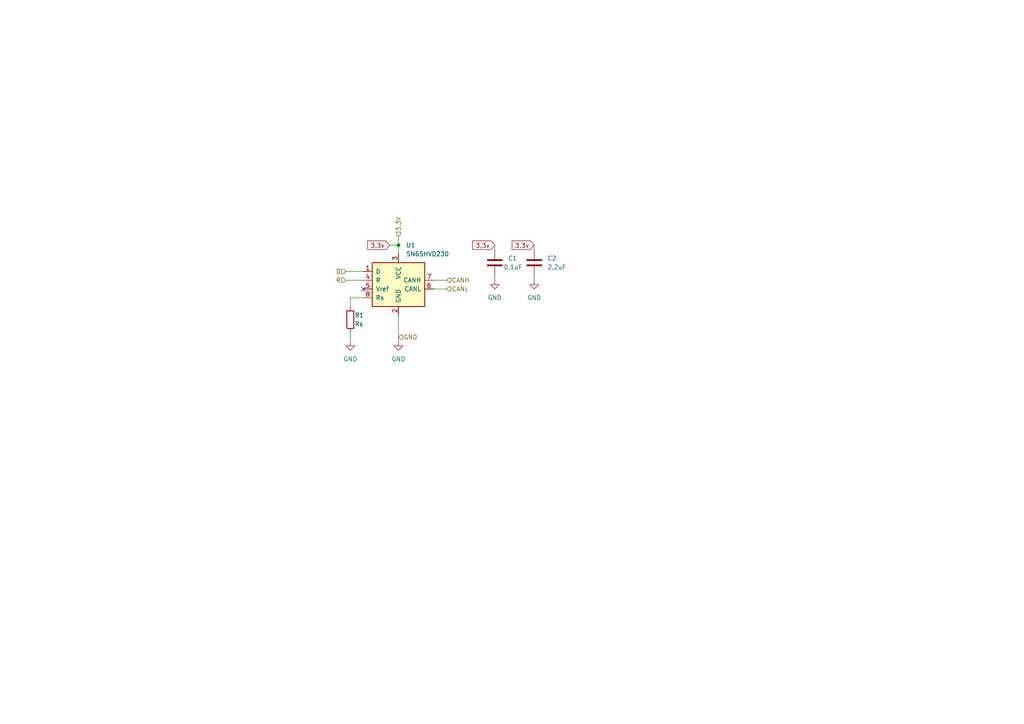
<source format=kicad_sch>
(kicad_sch (version 20230121) (generator eeschema)

  (uuid 593bfb7c-eefa-4e91-8c43-9006a48bb254)

  (paper "A4")

  (lib_symbols
    (symbol "Device:C" (pin_numbers hide) (pin_names (offset 0.254)) (in_bom yes) (on_board yes)
      (property "Reference" "C" (at 0.635 2.54 0)
        (effects (font (size 1.27 1.27)) (justify left))
      )
      (property "Value" "C" (at 0.635 -2.54 0)
        (effects (font (size 1.27 1.27)) (justify left))
      )
      (property "Footprint" "" (at 0.9652 -3.81 0)
        (effects (font (size 1.27 1.27)) hide)
      )
      (property "Datasheet" "~" (at 0 0 0)
        (effects (font (size 1.27 1.27)) hide)
      )
      (property "ki_keywords" "cap capacitor" (at 0 0 0)
        (effects (font (size 1.27 1.27)) hide)
      )
      (property "ki_description" "Unpolarized capacitor" (at 0 0 0)
        (effects (font (size 1.27 1.27)) hide)
      )
      (property "ki_fp_filters" "C_*" (at 0 0 0)
        (effects (font (size 1.27 1.27)) hide)
      )
      (symbol "C_0_1"
        (polyline
          (pts
            (xy -2.032 -0.762)
            (xy 2.032 -0.762)
          )
          (stroke (width 0.508) (type default))
          (fill (type none))
        )
        (polyline
          (pts
            (xy -2.032 0.762)
            (xy 2.032 0.762)
          )
          (stroke (width 0.508) (type default))
          (fill (type none))
        )
      )
      (symbol "C_1_1"
        (pin passive line (at 0 3.81 270) (length 2.794)
          (name "~" (effects (font (size 1.27 1.27))))
          (number "1" (effects (font (size 1.27 1.27))))
        )
        (pin passive line (at 0 -3.81 90) (length 2.794)
          (name "~" (effects (font (size 1.27 1.27))))
          (number "2" (effects (font (size 1.27 1.27))))
        )
      )
    )
    (symbol "Device:R" (pin_numbers hide) (pin_names (offset 0)) (in_bom yes) (on_board yes)
      (property "Reference" "R" (at 2.032 0 90)
        (effects (font (size 1.27 1.27)))
      )
      (property "Value" "R" (at 0 0 90)
        (effects (font (size 1.27 1.27)))
      )
      (property "Footprint" "" (at -1.778 0 90)
        (effects (font (size 1.27 1.27)) hide)
      )
      (property "Datasheet" "~" (at 0 0 0)
        (effects (font (size 1.27 1.27)) hide)
      )
      (property "ki_keywords" "R res resistor" (at 0 0 0)
        (effects (font (size 1.27 1.27)) hide)
      )
      (property "ki_description" "Resistor" (at 0 0 0)
        (effects (font (size 1.27 1.27)) hide)
      )
      (property "ki_fp_filters" "R_*" (at 0 0 0)
        (effects (font (size 1.27 1.27)) hide)
      )
      (symbol "R_0_1"
        (rectangle (start -1.016 -2.54) (end 1.016 2.54)
          (stroke (width 0.254) (type default))
          (fill (type none))
        )
      )
      (symbol "R_1_1"
        (pin passive line (at 0 3.81 270) (length 1.27)
          (name "~" (effects (font (size 1.27 1.27))))
          (number "1" (effects (font (size 1.27 1.27))))
        )
        (pin passive line (at 0 -3.81 90) (length 1.27)
          (name "~" (effects (font (size 1.27 1.27))))
          (number "2" (effects (font (size 1.27 1.27))))
        )
      )
    )
    (symbol "Interface_CAN_LIN:SN65HVD230" (pin_names (offset 1.016)) (in_bom yes) (on_board yes)
      (property "Reference" "U" (at -2.54 10.16 0)
        (effects (font (size 1.27 1.27)) (justify right))
      )
      (property "Value" "SN65HVD230" (at -2.54 7.62 0)
        (effects (font (size 1.27 1.27)) (justify right))
      )
      (property "Footprint" "Package_SO:SOIC-8_3.9x4.9mm_P1.27mm" (at 0 -12.7 0)
        (effects (font (size 1.27 1.27)) hide)
      )
      (property "Datasheet" "http://www.ti.com/lit/ds/symlink/sn65hvd230.pdf" (at -2.54 10.16 0)
        (effects (font (size 1.27 1.27)) hide)
      )
      (property "ki_keywords" "can transeiver ti low-power" (at 0 0 0)
        (effects (font (size 1.27 1.27)) hide)
      )
      (property "ki_description" "CAN Bus Transceivers, 3.3V, 1Mbps, Low-Power capabilities, SOIC-8" (at 0 0 0)
        (effects (font (size 1.27 1.27)) hide)
      )
      (property "ki_fp_filters" "SOIC*3.9x4.9mm*P1.27mm*" (at 0 0 0)
        (effects (font (size 1.27 1.27)) hide)
      )
      (symbol "SN65HVD230_0_1"
        (rectangle (start -7.62 5.08) (end 7.62 -7.62)
          (stroke (width 0.254) (type default))
          (fill (type background))
        )
      )
      (symbol "SN65HVD230_1_1"
        (pin input line (at -10.16 2.54 0) (length 2.54)
          (name "D" (effects (font (size 1.27 1.27))))
          (number "1" (effects (font (size 1.27 1.27))))
        )
        (pin power_in line (at 0 -10.16 90) (length 2.54)
          (name "GND" (effects (font (size 1.27 1.27))))
          (number "2" (effects (font (size 1.27 1.27))))
        )
        (pin power_in line (at 0 7.62 270) (length 2.54)
          (name "VCC" (effects (font (size 1.27 1.27))))
          (number "3" (effects (font (size 1.27 1.27))))
        )
        (pin output line (at -10.16 0 0) (length 2.54)
          (name "R" (effects (font (size 1.27 1.27))))
          (number "4" (effects (font (size 1.27 1.27))))
        )
        (pin output line (at -10.16 -2.54 0) (length 2.54)
          (name "Vref" (effects (font (size 1.27 1.27))))
          (number "5" (effects (font (size 1.27 1.27))))
        )
        (pin bidirectional line (at 10.16 -2.54 180) (length 2.54)
          (name "CANL" (effects (font (size 1.27 1.27))))
          (number "6" (effects (font (size 1.27 1.27))))
        )
        (pin bidirectional line (at 10.16 0 180) (length 2.54)
          (name "CANH" (effects (font (size 1.27 1.27))))
          (number "7" (effects (font (size 1.27 1.27))))
        )
        (pin input line (at -10.16 -5.08 0) (length 2.54)
          (name "Rs" (effects (font (size 1.27 1.27))))
          (number "8" (effects (font (size 1.27 1.27))))
        )
      )
    )
    (symbol "power:GND" (power) (pin_names (offset 0)) (in_bom yes) (on_board yes)
      (property "Reference" "#PWR" (at 0 -6.35 0)
        (effects (font (size 1.27 1.27)) hide)
      )
      (property "Value" "GND" (at 0 -3.81 0)
        (effects (font (size 1.27 1.27)))
      )
      (property "Footprint" "" (at 0 0 0)
        (effects (font (size 1.27 1.27)) hide)
      )
      (property "Datasheet" "" (at 0 0 0)
        (effects (font (size 1.27 1.27)) hide)
      )
      (property "ki_keywords" "global power" (at 0 0 0)
        (effects (font (size 1.27 1.27)) hide)
      )
      (property "ki_description" "Power symbol creates a global label with name \"GND\" , ground" (at 0 0 0)
        (effects (font (size 1.27 1.27)) hide)
      )
      (symbol "GND_0_1"
        (polyline
          (pts
            (xy 0 0)
            (xy 0 -1.27)
            (xy 1.27 -1.27)
            (xy 0 -2.54)
            (xy -1.27 -1.27)
            (xy 0 -1.27)
          )
          (stroke (width 0) (type default))
          (fill (type none))
        )
      )
      (symbol "GND_1_1"
        (pin power_in line (at 0 0 270) (length 0) hide
          (name "GND" (effects (font (size 1.27 1.27))))
          (number "1" (effects (font (size 1.27 1.27))))
        )
      )
    )
  )

  (junction (at 115.57 71.12) (diameter 0) (color 0 0 0 0)
    (uuid ba5e29e5-68f8-4837-a40f-fc868bee299e)
  )

  (no_connect (at 105.41 83.82) (uuid cf29ed4e-a8cb-42e3-ab1f-6d67045eaa59))

  (wire (pts (xy 115.57 71.12) (xy 115.57 73.66))
    (stroke (width 0) (type default))
    (uuid 05bfd6b0-8b38-4b4a-82fe-746a4aaff9e4)
  )
  (wire (pts (xy 115.57 68.58) (xy 115.57 71.12))
    (stroke (width 0) (type default))
    (uuid 0bc870b2-fa9d-4f6b-9f10-cd5e9b0064b2)
  )
  (wire (pts (xy 143.51 71.12) (xy 143.51 72.39))
    (stroke (width 0) (type default))
    (uuid 1496a764-ee6e-4521-ad93-bfed3d706aa5)
  )
  (wire (pts (xy 154.94 80.01) (xy 154.94 81.28))
    (stroke (width 0) (type default))
    (uuid 1dd3d1ff-da61-4fb0-963c-5fab8a047005)
  )
  (wire (pts (xy 143.51 80.01) (xy 143.51 81.28))
    (stroke (width 0) (type default))
    (uuid 3b7d9c6e-6e91-4ef3-9eeb-89765cfe7755)
  )
  (wire (pts (xy 100.33 81.28) (xy 105.41 81.28))
    (stroke (width 0) (type default))
    (uuid 470d28db-2021-4337-81ed-29e1aaaf73af)
  )
  (wire (pts (xy 101.6 96.52) (xy 101.6 99.06))
    (stroke (width 0) (type default))
    (uuid 666997a6-d764-4457-bfe3-a8c1417c80ed)
  )
  (wire (pts (xy 154.94 71.12) (xy 154.94 72.39))
    (stroke (width 0) (type default))
    (uuid 775d2c53-5d24-446c-a513-bbadfa649347)
  )
  (wire (pts (xy 100.33 78.74) (xy 105.41 78.74))
    (stroke (width 0) (type default))
    (uuid 7be059de-f79c-4c4e-8199-9ab6ae0b0f56)
  )
  (wire (pts (xy 125.73 83.82) (xy 129.54 83.82))
    (stroke (width 0) (type default))
    (uuid a1933553-5154-426b-b8bd-432778b36d2a)
  )
  (wire (pts (xy 115.57 99.06) (xy 115.57 91.44))
    (stroke (width 0) (type default))
    (uuid d5abdf9e-26d1-4c56-b587-43215b5bbe86)
  )
  (wire (pts (xy 101.6 86.36) (xy 101.6 88.9))
    (stroke (width 0) (type default))
    (uuid d9514756-68e0-4533-9ebb-177ac84357d8)
  )
  (wire (pts (xy 125.73 81.28) (xy 129.54 81.28))
    (stroke (width 0) (type default))
    (uuid df566fe3-3c36-4dbc-88a6-6dad4713b7a8)
  )
  (wire (pts (xy 105.41 86.36) (xy 101.6 86.36))
    (stroke (width 0) (type default))
    (uuid e698e353-07ad-4f85-b316-af5109fafad6)
  )
  (wire (pts (xy 113.03 71.12) (xy 115.57 71.12))
    (stroke (width 0) (type default))
    (uuid f490d976-c3e1-44e2-b9b3-ecaa38190fcc)
  )

  (global_label "3,3v" (shape input) (at 154.94 71.12 180) (fields_autoplaced)
    (effects (font (size 1.27 1.27)) (justify right))
    (uuid 00d77b87-c7ff-41a2-b453-8671338e6242)
    (property "Intersheetrefs" "${INTERSHEET_REFS}" (at 147.9634 71.12 0)
      (effects (font (size 1.27 1.27)) (justify right) hide)
    )
  )
  (global_label "3,3v" (shape input) (at 113.03 71.12 180) (fields_autoplaced)
    (effects (font (size 1.27 1.27)) (justify right))
    (uuid 25d59242-2c17-47c9-bc45-7c6430b1add5)
    (property "Intersheetrefs" "${INTERSHEET_REFS}" (at 106.0534 71.12 0)
      (effects (font (size 1.27 1.27)) (justify right) hide)
    )
  )
  (global_label "3,3v" (shape input) (at 143.51 71.12 180) (fields_autoplaced)
    (effects (font (size 1.27 1.27)) (justify right))
    (uuid 79b60bcb-4a24-4be3-9424-1bd51bd32c6d)
    (property "Intersheetrefs" "${INTERSHEET_REFS}" (at 136.5334 71.12 0)
      (effects (font (size 1.27 1.27)) (justify right) hide)
    )
  )

  (hierarchical_label "3,3V" (shape input) (at 115.57 68.58 90) (fields_autoplaced)
    (effects (font (size 1.27 1.27)) (justify left))
    (uuid 13ff77e6-5978-4d6d-bb9f-93fb0c80689b)
  )
  (hierarchical_label "GND" (shape input) (at 115.57 97.79 0) (fields_autoplaced)
    (effects (font (size 1.27 1.27)) (justify left))
    (uuid 19c95446-4043-4d7b-ace9-72696d2974b0)
  )
  (hierarchical_label "R" (shape input) (at 100.33 81.28 180) (fields_autoplaced)
    (effects (font (size 1.27 1.27)) (justify right))
    (uuid 706f0e4d-6dbe-48d7-a548-5b4db786185e)
  )
  (hierarchical_label "CANL" (shape input) (at 129.54 83.82 0) (fields_autoplaced)
    (effects (font (size 1.27 1.27)) (justify left))
    (uuid 77074c52-e9f8-42af-92bd-a48f051f8d94)
  )
  (hierarchical_label "CANH" (shape input) (at 129.54 81.28 0) (fields_autoplaced)
    (effects (font (size 1.27 1.27)) (justify left))
    (uuid b70ed821-f2fd-4c50-b9c4-9346ac3a5121)
  )
  (hierarchical_label "D" (shape input) (at 100.33 78.74 180) (fields_autoplaced)
    (effects (font (size 1.27 1.27)) (justify right))
    (uuid fd6efd2e-dc69-4a63-94db-09e7c66791f7)
  )

  (symbol (lib_id "Interface_CAN_LIN:SN65HVD230") (at 115.57 81.28 0) (unit 1)
    (in_bom yes) (on_board yes) (dnp no) (fields_autoplaced)
    (uuid 28daa2a7-efed-4d5a-accc-6be22cb5f2b7)
    (property "Reference" "U1" (at 117.7641 71.12 0)
      (effects (font (size 1.27 1.27)) (justify left))
    )
    (property "Value" "SN65HVD230" (at 117.7641 73.66 0)
      (effects (font (size 1.27 1.27)) (justify left))
    )
    (property "Footprint" "Package_SO:SOIC-8_3.9x4.9mm_P1.27mm" (at 115.57 93.98 0)
      (effects (font (size 1.27 1.27)) hide)
    )
    (property "Datasheet" "http://www.ti.com/lit/ds/symlink/sn65hvd230.pdf" (at 113.03 71.12 0)
      (effects (font (size 1.27 1.27)) hide)
    )
    (pin "1" (uuid 2f2df886-680a-43da-971e-38bb5d78333e))
    (pin "2" (uuid 58b7055f-fcd6-439a-9338-91d8f56f94e0))
    (pin "3" (uuid 0a568985-78a6-434a-89ff-ee6dd8485c14))
    (pin "4" (uuid c69f7638-92df-47eb-ac00-a6cf9d885b02))
    (pin "5" (uuid 20893fd1-6d71-45ff-a1f7-2902f83257fd))
    (pin "6" (uuid e65c4f8a-3a94-4cad-a80c-299eac98a61c))
    (pin "7" (uuid 4c87c9c5-541c-4a5d-933e-9778efd7218e))
    (pin "8" (uuid 14fb6ee3-dcbe-44b0-b420-2b617d6d77ff))
    (instances
      (project "FPCB_Teste"
        (path "/194c8d0e-bdc2-41bf-880c-a2be7e4b7daa/adc0581f-5f32-40bb-83a3-9eb43f08c945"
          (reference "U1") (unit 1)
        )
        (path "/194c8d0e-bdc2-41bf-880c-a2be7e4b7daa/8085f62e-9ab5-446b-8484-9e23a14c5441"
          (reference "U2") (unit 1)
        )
      )
    )
  )

  (symbol (lib_id "power:GND") (at 115.57 99.06 0) (unit 1)
    (in_bom yes) (on_board yes) (dnp no) (fields_autoplaced)
    (uuid 3ddfc725-c58e-4521-848c-e01647aacecf)
    (property "Reference" "#PWR02" (at 115.57 105.41 0)
      (effects (font (size 1.27 1.27)) hide)
    )
    (property "Value" "GND" (at 115.57 104.14 0)
      (effects (font (size 1.27 1.27)))
    )
    (property "Footprint" "" (at 115.57 99.06 0)
      (effects (font (size 1.27 1.27)) hide)
    )
    (property "Datasheet" "" (at 115.57 99.06 0)
      (effects (font (size 1.27 1.27)) hide)
    )
    (pin "1" (uuid a9148949-61f9-45db-adbe-d27ffc09e135))
    (instances
      (project "FPCB_Teste"
        (path "/194c8d0e-bdc2-41bf-880c-a2be7e4b7daa/adc0581f-5f32-40bb-83a3-9eb43f08c945"
          (reference "#PWR02") (unit 1)
        )
        (path "/194c8d0e-bdc2-41bf-880c-a2be7e4b7daa/8085f62e-9ab5-446b-8484-9e23a14c5441"
          (reference "#PWR06") (unit 1)
        )
      )
    )
  )

  (symbol (lib_id "Device:R") (at 101.6 92.71 0) (unit 1)
    (in_bom yes) (on_board yes) (dnp no)
    (uuid 44a6ae4a-c0ff-4e22-83ac-1e1aac6eaa6b)
    (property "Reference" "R1" (at 102.87 91.44 0)
      (effects (font (size 1.27 1.27)) (justify left))
    )
    (property "Value" "Rs" (at 102.87 93.98 0)
      (effects (font (size 1.27 1.27)) (justify left))
    )
    (property "Footprint" "Resistor_SMD:R_0603_1608Metric_Pad0.98x0.95mm_HandSolder" (at 99.822 92.71 90)
      (effects (font (size 1.27 1.27)) hide)
    )
    (property "Datasheet" "~" (at 101.6 92.71 0)
      (effects (font (size 1.27 1.27)) hide)
    )
    (pin "1" (uuid a2e965b5-602e-444e-a007-212ef5f4aa0b))
    (pin "2" (uuid e534693c-33fb-44ad-a6a7-abb6a8f29022))
    (instances
      (project "FPCB_Teste"
        (path "/194c8d0e-bdc2-41bf-880c-a2be7e4b7daa/adc0581f-5f32-40bb-83a3-9eb43f08c945"
          (reference "R1") (unit 1)
        )
        (path "/194c8d0e-bdc2-41bf-880c-a2be7e4b7daa/8085f62e-9ab5-446b-8484-9e23a14c5441"
          (reference "R2") (unit 1)
        )
      )
    )
  )

  (symbol (lib_id "power:GND") (at 143.51 81.28 0) (unit 1)
    (in_bom yes) (on_board yes) (dnp no) (fields_autoplaced)
    (uuid 6f9e022f-0941-4787-9a77-f7a6e4682374)
    (property "Reference" "#PWR03" (at 143.51 87.63 0)
      (effects (font (size 1.27 1.27)) hide)
    )
    (property "Value" "GND" (at 143.51 86.36 0)
      (effects (font (size 1.27 1.27)))
    )
    (property "Footprint" "" (at 143.51 81.28 0)
      (effects (font (size 1.27 1.27)) hide)
    )
    (property "Datasheet" "" (at 143.51 81.28 0)
      (effects (font (size 1.27 1.27)) hide)
    )
    (pin "1" (uuid bd4149f0-37b5-4d27-a0d3-6d27d2f55ec7))
    (instances
      (project "FPCB_Teste"
        (path "/194c8d0e-bdc2-41bf-880c-a2be7e4b7daa/adc0581f-5f32-40bb-83a3-9eb43f08c945"
          (reference "#PWR03") (unit 1)
        )
        (path "/194c8d0e-bdc2-41bf-880c-a2be7e4b7daa/8085f62e-9ab5-446b-8484-9e23a14c5441"
          (reference "#PWR07") (unit 1)
        )
      )
    )
  )

  (symbol (lib_id "Device:C") (at 154.94 76.2 0) (unit 1)
    (in_bom yes) (on_board yes) (dnp no) (fields_autoplaced)
    (uuid b2cbc93a-e868-4d3e-91ef-8e7994c054db)
    (property "Reference" "C2" (at 158.75 74.93 0)
      (effects (font (size 1.27 1.27)) (justify left))
    )
    (property "Value" "2,2uF" (at 158.75 77.47 0)
      (effects (font (size 1.27 1.27)) (justify left))
    )
    (property "Footprint" "Capacitor_SMD:C_0603_1608Metric_Pad1.08x0.95mm_HandSolder" (at 155.9052 80.01 0)
      (effects (font (size 1.27 1.27)) hide)
    )
    (property "Datasheet" "~" (at 154.94 76.2 0)
      (effects (font (size 1.27 1.27)) hide)
    )
    (pin "1" (uuid 0d452499-0380-42e3-bf0a-7149b82c4e2a))
    (pin "2" (uuid cf140d9a-7cc5-40de-a25f-296a66f335b7))
    (instances
      (project "FPCB_Teste"
        (path "/194c8d0e-bdc2-41bf-880c-a2be7e4b7daa/adc0581f-5f32-40bb-83a3-9eb43f08c945"
          (reference "C2") (unit 1)
        )
        (path "/194c8d0e-bdc2-41bf-880c-a2be7e4b7daa/8085f62e-9ab5-446b-8484-9e23a14c5441"
          (reference "C4") (unit 1)
        )
      )
    )
  )

  (symbol (lib_id "power:GND") (at 101.6 99.06 0) (unit 1)
    (in_bom yes) (on_board yes) (dnp no) (fields_autoplaced)
    (uuid cdc5fa90-95ec-4871-96de-0f5b5ca288eb)
    (property "Reference" "#PWR01" (at 101.6 105.41 0)
      (effects (font (size 1.27 1.27)) hide)
    )
    (property "Value" "GND" (at 101.6 104.14 0)
      (effects (font (size 1.27 1.27)))
    )
    (property "Footprint" "" (at 101.6 99.06 0)
      (effects (font (size 1.27 1.27)) hide)
    )
    (property "Datasheet" "" (at 101.6 99.06 0)
      (effects (font (size 1.27 1.27)) hide)
    )
    (pin "1" (uuid 7b8c57a6-b2a3-432d-b665-d082ed38ee48))
    (instances
      (project "FPCB_Teste"
        (path "/194c8d0e-bdc2-41bf-880c-a2be7e4b7daa/adc0581f-5f32-40bb-83a3-9eb43f08c945"
          (reference "#PWR01") (unit 1)
        )
        (path "/194c8d0e-bdc2-41bf-880c-a2be7e4b7daa/8085f62e-9ab5-446b-8484-9e23a14c5441"
          (reference "#PWR05") (unit 1)
        )
      )
    )
  )

  (symbol (lib_id "power:GND") (at 154.94 81.28 0) (unit 1)
    (in_bom yes) (on_board yes) (dnp no) (fields_autoplaced)
    (uuid f6196e7d-59f3-491c-9000-5ac1288b410c)
    (property "Reference" "#PWR04" (at 154.94 87.63 0)
      (effects (font (size 1.27 1.27)) hide)
    )
    (property "Value" "GND" (at 154.94 86.36 0)
      (effects (font (size 1.27 1.27)))
    )
    (property "Footprint" "" (at 154.94 81.28 0)
      (effects (font (size 1.27 1.27)) hide)
    )
    (property "Datasheet" "" (at 154.94 81.28 0)
      (effects (font (size 1.27 1.27)) hide)
    )
    (pin "1" (uuid c98f3bee-be9b-46e9-a716-71b3e33aa37d))
    (instances
      (project "FPCB_Teste"
        (path "/194c8d0e-bdc2-41bf-880c-a2be7e4b7daa/adc0581f-5f32-40bb-83a3-9eb43f08c945"
          (reference "#PWR04") (unit 1)
        )
        (path "/194c8d0e-bdc2-41bf-880c-a2be7e4b7daa/8085f62e-9ab5-446b-8484-9e23a14c5441"
          (reference "#PWR08") (unit 1)
        )
      )
    )
  )

  (symbol (lib_id "Device:C") (at 143.51 76.2 0) (unit 1)
    (in_bom yes) (on_board yes) (dnp no)
    (uuid f64c86c4-b919-4353-bb2c-751010ef79c3)
    (property "Reference" "C1" (at 147.32 74.93 0)
      (effects (font (size 1.27 1.27)) (justify left))
    )
    (property "Value" "0,1uF" (at 146.05 77.47 0)
      (effects (font (size 1.27 1.27)) (justify left))
    )
    (property "Footprint" "Capacitor_SMD:C_0603_1608Metric_Pad1.08x0.95mm_HandSolder" (at 144.4752 80.01 0)
      (effects (font (size 1.27 1.27)) hide)
    )
    (property "Datasheet" "~" (at 143.51 76.2 0)
      (effects (font (size 1.27 1.27)) hide)
    )
    (pin "1" (uuid 1438882d-2bc3-4794-8eb4-9c941580dba2))
    (pin "2" (uuid 932a1adf-03c1-446e-af67-33bbb8f95e8f))
    (instances
      (project "FPCB_Teste"
        (path "/194c8d0e-bdc2-41bf-880c-a2be7e4b7daa/adc0581f-5f32-40bb-83a3-9eb43f08c945"
          (reference "C1") (unit 1)
        )
        (path "/194c8d0e-bdc2-41bf-880c-a2be7e4b7daa/8085f62e-9ab5-446b-8484-9e23a14c5441"
          (reference "C3") (unit 1)
        )
      )
    )
  )
)

</source>
